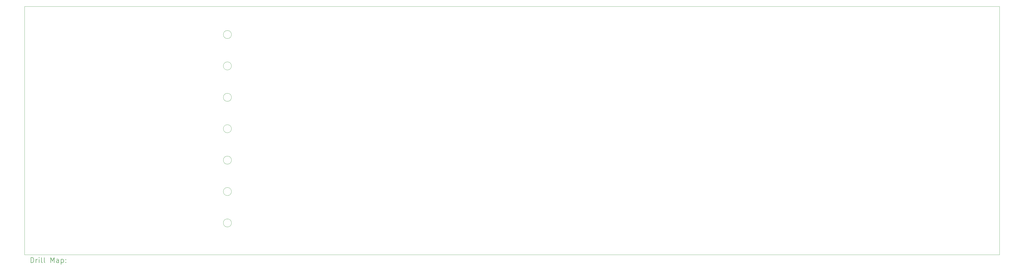
<source format=gbr>
%TF.GenerationSoftware,KiCad,Pcbnew,(6.0.8-1)-1*%
%TF.CreationDate,2023-04-06T11:00:06-04:00*%
%TF.ProjectId,Untitled,556e7469-746c-4656-942e-6b696361645f,rev?*%
%TF.SameCoordinates,Original*%
%TF.FileFunction,Drillmap*%
%TF.FilePolarity,Positive*%
%FSLAX45Y45*%
G04 Gerber Fmt 4.5, Leading zero omitted, Abs format (unit mm)*
G04 Created by KiCad (PCBNEW (6.0.8-1)-1) date 2023-04-06 11:00:06*
%MOMM*%
%LPD*%
G01*
G04 APERTURE LIST*
%ADD10C,0.100000*%
%ADD11C,0.200000*%
G04 APERTURE END LIST*
D10*
X7520000Y-5640000D02*
G75*
G03*
X7520000Y-5640000I-160000J0D01*
G01*
X7520000Y-11840000D02*
G75*
G03*
X7520000Y-11840000I-160000J0D01*
G01*
X7520000Y-10600000D02*
G75*
G03*
X7520000Y-10600000I-160000J0D01*
G01*
X-628000Y-3292000D02*
X37764000Y-3292000D01*
X37764000Y-3292000D02*
X37764000Y-13091000D01*
X37764000Y-13091000D02*
X-628000Y-13091000D01*
X-628000Y-13091000D02*
X-628000Y-3292000D01*
X7520000Y-6880000D02*
G75*
G03*
X7520000Y-6880000I-160000J0D01*
G01*
X7520000Y-8120000D02*
G75*
G03*
X7520000Y-8120000I-160000J0D01*
G01*
X7520000Y-9360000D02*
G75*
G03*
X7520000Y-9360000I-160000J0D01*
G01*
X7520000Y-4400000D02*
G75*
G03*
X7520000Y-4400000I-160000J0D01*
G01*
D11*
X-375381Y-13406476D02*
X-375381Y-13206476D01*
X-327762Y-13206476D01*
X-299190Y-13216000D01*
X-280143Y-13235048D01*
X-270619Y-13254095D01*
X-261095Y-13292190D01*
X-261095Y-13320762D01*
X-270619Y-13358857D01*
X-280143Y-13377905D01*
X-299190Y-13396952D01*
X-327762Y-13406476D01*
X-375381Y-13406476D01*
X-175381Y-13406476D02*
X-175381Y-13273143D01*
X-175381Y-13311238D02*
X-165857Y-13292190D01*
X-156333Y-13282667D01*
X-137286Y-13273143D01*
X-118238Y-13273143D01*
X-51571Y-13406476D02*
X-51571Y-13273143D01*
X-51571Y-13206476D02*
X-61095Y-13216000D01*
X-51571Y-13225524D01*
X-42048Y-13216000D01*
X-51571Y-13206476D01*
X-51571Y-13225524D01*
X72238Y-13406476D02*
X53190Y-13396952D01*
X43667Y-13377905D01*
X43667Y-13206476D01*
X177000Y-13406476D02*
X157952Y-13396952D01*
X148429Y-13377905D01*
X148429Y-13206476D01*
X405571Y-13406476D02*
X405571Y-13206476D01*
X472238Y-13349333D01*
X538905Y-13206476D01*
X538905Y-13406476D01*
X719857Y-13406476D02*
X719857Y-13301714D01*
X710333Y-13282667D01*
X691286Y-13273143D01*
X653190Y-13273143D01*
X634143Y-13282667D01*
X719857Y-13396952D02*
X700809Y-13406476D01*
X653190Y-13406476D01*
X634143Y-13396952D01*
X624619Y-13377905D01*
X624619Y-13358857D01*
X634143Y-13339809D01*
X653190Y-13330286D01*
X700809Y-13330286D01*
X719857Y-13320762D01*
X815095Y-13273143D02*
X815095Y-13473143D01*
X815095Y-13282667D02*
X834143Y-13273143D01*
X872238Y-13273143D01*
X891286Y-13282667D01*
X900809Y-13292190D01*
X910333Y-13311238D01*
X910333Y-13368381D01*
X900809Y-13387428D01*
X891286Y-13396952D01*
X872238Y-13406476D01*
X834143Y-13406476D01*
X815095Y-13396952D01*
X996048Y-13387428D02*
X1005571Y-13396952D01*
X996048Y-13406476D01*
X986524Y-13396952D01*
X996048Y-13387428D01*
X996048Y-13406476D01*
X996048Y-13282667D02*
X1005571Y-13292190D01*
X996048Y-13301714D01*
X986524Y-13292190D01*
X996048Y-13282667D01*
X996048Y-13301714D01*
M02*

</source>
